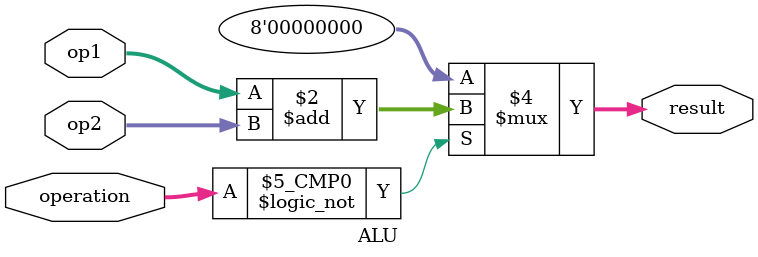
<source format=v>
module ALU (
    input [7:0] op1,
    input [7:0] op2,
    input [2:0] operation,
    output reg [7:0] result
);
    always @(*) begin
        case (operation)
            3'b000: result = op1 + op2; // ADD
            default: result = 8'b0;     // NOP
        endcase
    end
endmodule

</source>
